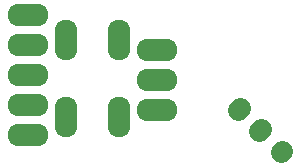
<source format=gbs>
G04 #@! TF.FileFunction,Soldermask,Bot*
%FSLAX46Y46*%
G04 Gerber Fmt 4.6, Leading zero omitted, Abs format (unit mm)*
G04 Created by KiCad (PCBNEW 4.0.1-stable) date 2017/01/03 21:47:49*
%MOMM*%
G01*
G04 APERTURE LIST*
%ADD10C,0.100000*%
%ADD11C,1.800000*%
%ADD12O,3.448000X1.924000*%
%ADD13O,1.924000X3.448000*%
G04 APERTURE END LIST*
D10*
D11*
X142383238Y-129274660D02*
X142524660Y-129133238D01*
X144179289Y-131070711D02*
X144320711Y-130929289D01*
X145975340Y-132866762D02*
X146116762Y-132725340D01*
D12*
X135550000Y-129240000D03*
X135550000Y-126700000D03*
X135550000Y-124160000D03*
D13*
X127789400Y-129851200D03*
X127789400Y-123348800D03*
X132310600Y-129851200D03*
X132310600Y-123348800D03*
D12*
X124550000Y-121220000D03*
X124550000Y-123760000D03*
X124550000Y-126300000D03*
X124550000Y-128840000D03*
X124550000Y-131380000D03*
M02*

</source>
